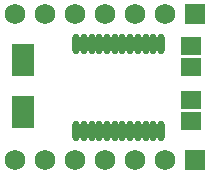
<source format=gbr>
%TF.GenerationSoftware,Altium Limited,Altium Designer,24.1.2 (44)*%
G04 Layer_Color=8388736*
%FSLAX45Y45*%
%MOMM*%
%TF.SameCoordinates,D40106D2-5846-4758-920C-99A56FEE523B*%
%TF.FilePolarity,Negative*%
%TF.FileFunction,Soldermask,Top*%
%TF.Part,Single*%
G01*
G75*
%TA.AperFunction,SMDPad,CuDef*%
%ADD22O,0.60000X1.75000*%
%TA.AperFunction,ConnectorPad*%
%ADD23R,1.95000X2.80000*%
%TA.AperFunction,SMDPad,CuDef*%
%ADD24R,1.70000X1.65000*%
%TA.AperFunction,ComponentPad*%
%ADD25C,1.75000*%
%ADD26R,1.75000X1.75000*%
D22*
X2157500Y1841500D02*
D03*
X2092500D02*
D03*
X2027500D02*
D03*
X1962500D02*
D03*
X1897500D02*
D03*
X1832500D02*
D03*
X1767500D02*
D03*
X1702500D02*
D03*
X1637500D02*
D03*
X1572500D02*
D03*
X1507500D02*
D03*
X2222500Y1101500D02*
D03*
X2157500D02*
D03*
X2092500D02*
D03*
X2027500D02*
D03*
X1962500D02*
D03*
X1897500D02*
D03*
X1832500D02*
D03*
X1767500D02*
D03*
X1702500D02*
D03*
X1637500D02*
D03*
X1572500D02*
D03*
X1507500D02*
D03*
X2222500Y1841500D02*
D03*
D23*
X1052074Y1705900D02*
D03*
Y1265900D02*
D03*
D24*
X2476500Y1648800D02*
D03*
Y1828800D02*
D03*
Y1188375D02*
D03*
Y1368374D02*
D03*
D25*
X1752599Y863600D02*
D03*
X1498599Y2095500D02*
D03*
X2006599D02*
D03*
X2260599D02*
D03*
X1752599D02*
D03*
X1244599D02*
D03*
X990599D02*
D03*
X1498599Y863600D02*
D03*
X2006599D02*
D03*
X2260599D02*
D03*
X1244599D02*
D03*
X990599D02*
D03*
D26*
X2514599Y2095500D02*
D03*
Y863600D02*
D03*
%TF.MD5,ecf2e8cbf143789144086703eccf0d56*%
M02*

</source>
